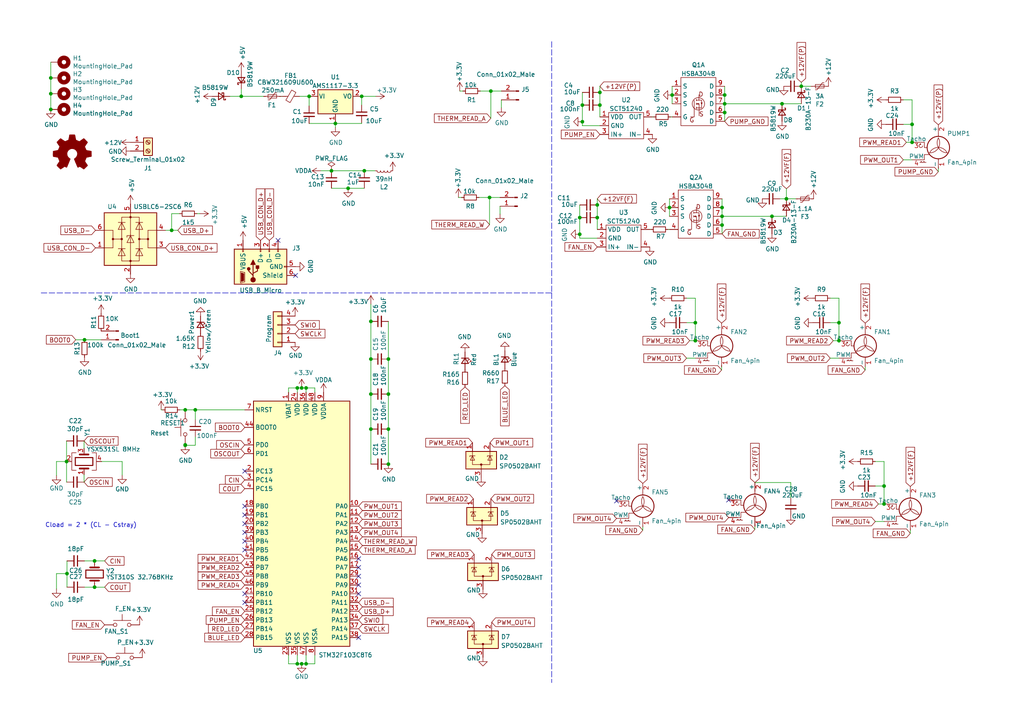
<source format=kicad_sch>
(kicad_sch (version 20211123) (generator eeschema)
  (paper "A4")
  (title_block (title "Opilio 3.2") (date "2022-07-28") (rev "3.2"))
  (junction (at 223.901 62.738))
  (junction (at 210.185 27.559))
  (junction (at 209.423 60.198))
  (junction (at 86.233 112.522))
  (junction (at 69.977 27.94))
  (junction (at 168.148 67.945))
  (junction (at 256.413 146.177))
  (junction (at 88.773 112.522))
  (junction (at 173.228 63.119))
  (junction (at 53.721 118.872))
  (junction (at 173.99 30.48))
  (junction (at 256.413 140.97))
  (junction (at 87.503 192.532))
  (junction (at 19.431 166.37))
  (junction (at 201.676 93.599))
  (junction (at 107.569 114.3))
  (junction (at 105.664 49.53))
  (junction (at 112.649 134.62))
  (junction (at 112.649 124.46))
  (junction (at 264.541 41.275))
  (junction (at 49.784 66.802))
  (junction (at 27.432 170.307))
  (junction (at 88.773 192.532))
  (junction (at 107.569 124.46))
  (junction (at 226.822 30.099))
  (junction (at 86.233 192.532))
  (junction (at 168.148 63.119))
  (junction (at 141.986 57.277))
  (junction (at 168.91 30.48))
  (junction (at 89.662 27.94))
  (junction (at 96.139 49.53))
  (junction (at 97.282 35.814))
  (junction (at 104.902 27.94))
  (junction (at 112.649 114.3))
  (junction (at 173.228 59.436))
  (junction (at 107.569 104.14))
  (junction (at 14.732 27.178))
  (junction (at 209.423 65.278))
  (junction (at 194.183 60.198))
  (junction (at 194.945 27.559))
  (junction (at 56.642 118.872))
  (junction (at 142.367 26.416))
  (junction (at 210.185 30.099))
  (junction (at 228.092 57.658))
  (junction (at 173.99 26.797))
  (junction (at 112.649 104.14))
  (junction (at 210.185 32.639))
  (junction (at 19.304 133.858))
  (junction (at 243.332 93.599))
  (junction (at 264.541 36.068))
  (junction (at 14.732 22.606))
  (junction (at 232.41 25.019))
  (junction (at 87.503 112.522))
  (junction (at 53.721 129.032))
  (junction (at 24.511 98.552))
  (junction (at 100.965 54.61))
  (junction (at 14.732 31.75))
  (junction (at 168.91 35.306))
  (junction (at 107.569 93.218))
  (junction (at 27.432 162.687))
  (junction (at 243.332 98.806))
  (junction (at 201.676 98.806))
  (junction (at 53.721 129.159))
  (junction (at 209.423 62.738))
  (no_connect (at 70.993 136.652))
  (no_connect (at 80.645 69.723))
  (no_connect (at 211.328 145.034))
  (no_connect (at 70.993 156.972))
  (no_connect (at 85.725 79.883))
  (no_connect (at 104.013 162.052))
  (no_connect (at 70.993 149.352))
  (no_connect (at 104.013 167.132))
  (no_connect (at 70.993 159.512))
  (no_connect (at 104.013 172.212))
  (no_connect (at 70.993 172.212))
  (no_connect (at 104.013 169.672))
  (no_connect (at 70.993 151.892))
  (no_connect (at 178.816 145.288))
  (no_connect (at 104.013 184.912))
  (no_connect (at 70.993 146.812))
  (no_connect (at 104.013 164.592))
  (no_connect (at 70.993 174.752))
  (no_connect (at 70.993 154.432))
  (wire (pts (xy 93.091 49.53) (xy 96.139 49.53)))
  (wire (pts (xy 56.642 126.746) (xy 56.642 129.159)))
  (wire (pts (xy 88.773 192.532) (xy 91.313 192.532)))
  (wire (pts (xy 96.139 49.53) (xy 105.664 49.53)))
  (wire (pts (xy 186.436 152.908) (xy 186.436 153.797)))
  (wire (pts (xy 173.99 26.797) (xy 173.99 30.48)))
  (wire (pts (xy 141.986 57.277) (xy 145.034 57.277)))
  (wire (pts (xy 168.91 36.449) (xy 168.91 35.306)))
  (wire (pts (xy 142.367 34.29) (xy 142.367 26.416)))
  (wire (pts (xy 209.423 62.738) (xy 223.901 62.738)))
  (wire (pts (xy 210.185 27.559) (xy 210.185 30.099)))
  (wire (pts (xy 57.15 61.976) (xy 57.912 61.976)))
  (wire (pts (xy 264.541 28.956) (xy 262.001 28.956)))
  (wire (pts (xy 97.282 35.814) (xy 97.282 35.56)))
  (wire (pts (xy 209.296 106.426) (xy 209.296 107.315)))
  (wire (pts (xy 173.228 59.436) (xy 173.228 63.119)))
  (wire (pts (xy 29.464 133.858) (xy 35.433 133.858)))
  (wire (pts (xy 201.676 103.886) (xy 199.136 103.886)))
  (wire (pts (xy 210.185 30.099) (xy 210.185 32.639)))
  (wire (pts (xy 91.313 192.532) (xy 91.313 189.992)))
  (wire (pts (xy 145.034 59.817) (xy 145.034 62.103)))
  (wire (pts (xy 199.136 93.599) (xy 201.676 93.599)))
  (wire (pts (xy 138.938 57.277) (xy 141.986 57.277)))
  (wire (pts (xy 194.945 27.559) (xy 194.945 30.099)))
  (wire (pts (xy 27.432 170.307) (xy 30.353 170.307)))
  (wire (pts (xy 100.965 54.61) (xy 105.664 54.61)))
  (wire (pts (xy 97.282 36.957) (xy 97.282 35.814)))
  (wire (pts (xy 168.148 59.436) (xy 168.148 63.119)))
  (wire (pts (xy 173.228 63.119) (xy 173.228 66.548)))
  (wire (pts (xy 256.413 140.97) (xy 256.413 133.858)))
  (wire (pts (xy 168.148 69.088) (xy 168.148 67.945)))
  (wire (pts (xy 132.969 57.277) (xy 133.858 57.277)))
  (wire (pts (xy 253.873 140.97) (xy 256.413 140.97)))
  (wire (pts (xy 86.233 112.522) (xy 87.503 112.522)))
  (wire (pts (xy 83.693 112.522) (xy 83.693 113.792)))
  (wire (pts (xy 201.676 98.806) (xy 200.025 98.806)))
  (wire (pts (xy 87.503 112.522) (xy 88.773 112.522)))
  (wire (pts (xy 256.413 146.177) (xy 256.413 140.97)))
  (wire (pts (xy 223.901 62.738) (xy 228.092 62.738)))
  (wire (pts (xy 69.977 25.781) (xy 69.977 27.94)))
  (wire (pts (xy 264.541 41.275) (xy 262.89 41.275)))
  (wire (pts (xy 56.642 129.159) (xy 53.721 129.159)))
  (wire (pts (xy 87.503 192.532) (xy 88.773 192.532)))
  (wire (pts (xy 173.99 25.019) (xy 173.99 26.797)))
  (wire (pts (xy 19.304 133.858) (xy 19.304 127.889)))
  (wire (pts (xy 189.484 33.909) (xy 189.23 33.909)))
  (wire (pts (xy 53.721 129.159) (xy 53.721 129.032)))
  (wire (pts (xy 209.423 60.198) (xy 209.423 62.738)))
  (wire (pts (xy 86.233 192.532) (xy 87.503 192.532)))
  (wire (pts (xy 24.384 139.827) (xy 24.384 137.668)))
  (wire (pts (xy 250.952 106.426) (xy 250.952 107.315)))
  (wire (pts (xy 49.784 61.976) (xy 49.784 66.802)))
  (wire (pts (xy 173.99 30.48) (xy 173.99 33.909)))
  (wire (pts (xy 83.693 192.532) (xy 86.233 192.532)))
  (wire (pts (xy 49.784 66.802) (xy 51.562 66.802)))
  (wire (pts (xy 16.383 133.858) (xy 16.383 137.922)))
  (wire (pts (xy 108.966 27.94) (xy 104.902 27.94)))
  (wire (pts (xy 88.773 112.522) (xy 88.773 113.792)))
  (wire (pts (xy 86.233 112.522) (xy 86.233 113.792)))
  (wire (pts (xy 188.722 66.548) (xy 188.468 66.548)))
  (wire (pts (xy 201.676 98.806) (xy 201.676 93.599)))
  (wire (pts (xy 56.642 118.872) (xy 56.642 121.666)))
  (wire (pts (xy 105.664 49.53) (xy 108.839 49.53)))
  (wire (pts (xy 210.185 32.639) (xy 210.185 35.179)))
  (wire (pts (xy 210.185 30.099) (xy 226.822 30.099)))
  (wire (pts (xy 243.332 98.806) (xy 243.332 93.599)))
  (wire (pts (xy 91.313 112.522) (xy 91.313 113.792)))
  (wire (pts (xy 264.541 41.275) (xy 264.541 36.068)))
  (wire (pts (xy 133.35 26.416) (xy 134.239 26.416)))
  (wire (pts (xy 83.693 189.992) (xy 83.693 192.532)))
  (wire (pts (xy 112.649 93.218) (xy 112.649 104.14)))
  (wire (pts (xy 232.41 25.019) (xy 232.41 23.876)))
  (wire (pts (xy 21.971 98.552) (xy 24.511 98.552)))
  (wire (pts (xy 173.228 57.658) (xy 173.228 59.436)))
  (wire (pts (xy 19.304 139.827) (xy 19.304 133.858)))
  (wire (pts (xy 107.569 134.62) (xy 107.569 124.46)))
  (wire (pts (xy 56.642 118.872) (xy 70.993 118.872)))
  (wire (pts (xy 24.384 130.048) (xy 24.384 127.889)))
  (wire (pts (xy 69.977 27.94) (xy 76.454 27.94)))
  (wire (pts (xy 264.541 36.068) (xy 264.541 28.956)))
  (wire (pts (xy 19.431 166.37) (xy 19.431 170.307)))
  (wire (pts (xy 96.139 54.61) (xy 100.965 54.61)))
  (wire (pts (xy 52.07 61.976) (xy 49.784 61.976)))
  (wire (pts (xy 97.282 35.814) (xy 104.902 35.814)))
  (wire (pts (xy 107.569 114.3) (xy 107.569 104.14)))
  (wire (pts (xy 232.41 25.019) (xy 235.204 25.019)))
  (wire (pts (xy 193.802 66.548) (xy 194.183 66.548)))
  (wire (pts (xy 112.649 134.62) (xy 112.649 124.46)))
  (wire (pts (xy 52.197 118.872) (xy 53.721 118.872)))
  (wire (pts (xy 228.092 57.658) (xy 228.092 54.737)))
  (wire (pts (xy 194.945 25.019) (xy 194.945 27.559)))
  (wire (pts (xy 226.822 30.099) (xy 232.41 30.099)))
  (wire (pts (xy 194.564 33.909) (xy 194.945 33.909)))
  (wire (pts (xy 14.732 27.178) (xy 14.732 31.75)))
  (wire (pts (xy 142.367 26.416) (xy 145.415 26.416)))
  (wire (pts (xy 264.033 153.797) (xy 264.033 154.686)))
  (wire (pts (xy 107.569 88.265) (xy 107.569 93.218)))
  (wire (pts (xy 209.423 57.658) (xy 209.423 60.198)))
  (wire (pts (xy 264.541 46.355) (xy 262.001 46.355)))
  (wire (pts (xy 209.423 65.278) (xy 209.423 67.818)))
  (wire (pts (xy 16.383 133.858) (xy 19.304 133.858)))
  (wire (pts (xy 86.868 27.94) (xy 89.662 27.94)))
  (wire (pts (xy 107.569 124.46) (xy 107.569 114.3)))
  (polyline (pts (xy 160.02 84.963) (xy 160.02 197.993)))
  (wire (pts (xy 24.511 170.307) (xy 27.432 170.307)))
  (wire (pts (xy 272.161 48.895) (xy 272.161 49.784)))
  (wire (pts (xy 16.383 166.37) (xy 19.431 166.37)))
  (wire (pts (xy 104.902 30.48) (xy 104.902 27.94)))
  (wire (pts (xy 86.233 189.992) (xy 86.233 192.532)))
  (wire (pts (xy 139.319 26.416) (xy 142.367 26.416)))
  (wire (pts (xy 229.362 144.526) (xy 229.362 139.954)))
  (wire (pts (xy 46.736 118.872) (xy 47.117 118.872)))
  (wire (pts (xy 243.332 86.487) (xy 240.792 86.487)))
  (wire (pts (xy 24.511 98.552) (xy 29.337 98.552)))
  (wire (pts (xy 88.773 112.522) (xy 91.313 112.522)))
  (polyline (pts (xy 160.02 12.065) (xy 160.02 84.963)))
  (wire (pts (xy 107.569 93.218) (xy 107.569 104.14)))
  (wire (pts (xy 201.676 93.599) (xy 201.676 86.487)))
  (wire (pts (xy 262.001 36.068) (xy 264.541 36.068)))
  (wire (pts (xy 14.732 18.034) (xy 14.732 22.606)))
  (wire (pts (xy 48.006 66.802) (xy 49.784 66.802)))
  (wire (pts (xy 218.948 152.654) (xy 218.948 153.543)))
  (wire (pts (xy 228.092 57.658) (xy 230.886 57.658)))
  (wire (pts (xy 209.423 62.738) (xy 209.423 65.278)))
  (wire (pts (xy 210.185 25.019) (xy 210.185 27.559)))
  (wire (pts (xy 19.431 162.687) (xy 19.431 166.37)))
  (wire (pts (xy 83.693 112.522) (xy 86.233 112.522)))
  (wire (pts (xy 16.383 170.815) (xy 16.383 166.37)))
  (wire (pts (xy 24.511 162.687) (xy 27.432 162.687)))
  (wire (pts (xy 53.721 118.872) (xy 56.642 118.872)))
  (wire (pts (xy 173.228 69.088) (xy 168.148 69.088)))
  (wire (pts (xy 243.332 93.599) (xy 243.332 86.487)))
  (wire (pts (xy 228.092 57.658) (xy 226.187 57.658)))
  (wire (pts (xy 194.183 57.658) (xy 194.183 60.198)))
  (wire (pts (xy 66.675 27.94) (xy 69.977 27.94)))
  (wire (pts (xy 173.99 36.449) (xy 168.91 36.449)))
  (wire (pts (xy 243.332 98.806) (xy 241.681 98.806)))
  (wire (pts (xy 168.91 35.306) (xy 168.91 30.48)))
  (wire (pts (xy 201.676 86.487) (xy 199.136 86.487)))
  (wire (pts (xy 14.732 22.606) (xy 14.732 27.178)))
  (wire (pts (xy 243.332 103.886) (xy 240.792 103.886)))
  (wire (pts (xy 27.432 162.687) (xy 30.353 162.687)))
  (wire (pts (xy 104.902 35.56) (xy 104.902 35.814)))
  (wire (pts (xy 89.662 35.814) (xy 97.282 35.814)))
  (wire (pts (xy 240.792 93.599) (xy 243.332 93.599)))
  (wire (pts (xy 168.148 67.945) (xy 168.148 63.119)))
  (wire (pts (xy 194.183 60.198) (xy 194.183 62.738)))
  (wire (pts (xy 89.662 27.94) (xy 89.662 30.734)))
  (wire (pts (xy 145.415 28.956) (xy 145.415 31.242)))
  (wire (pts (xy 168.91 26.797) (xy 168.91 30.48)))
  (wire (pts (xy 112.649 124.46) (xy 112.649 114.3)))
  (wire (pts (xy 256.413 133.858) (xy 253.873 133.858)))
  (wire (pts (xy 35.433 137.795) (xy 35.433 133.858)))
  (polyline (pts (xy 11.938 84.963) (xy 160.02 84.963)))
  (wire (pts (xy 81.534 27.94) (xy 81.788 27.94)))
  (wire (pts (xy 88.773 189.992) (xy 88.773 192.532)))
  (wire (pts (xy 229.362 139.954) (xy 218.948 139.954)))
  (wire (pts (xy 256.413 146.177) (xy 254.762 146.177)))
  (wire (pts (xy 256.413 151.257) (xy 253.873 151.257)))
  (wire (pts (xy 141.986 65.151) (xy 141.986 57.277)))
  (wire (pts (xy 112.649 114.3) (xy 112.649 104.14)))
  (text "Cload = 2 * (CL - Cstray)" (at 13.081 153.162 0) (effects (font (size 1.27 1.27)) (justify left bottom)))
  (global_label "PWM_OUT3" (shape input) (at 199.136 103.886 180) (property "Intersheet References" "${INTERSHEET_REFS}" (effects hide)))
  (global_label "PWM_OUT1" (shape input) (at 142.113 128.397 0) (property "Intersheet References" "${INTERSHEET_REFS}" (effects hide)))
  (global_label "+12VF(F)" (shape input) (at 228.092 54.737 90) (property "Intersheet References" "${INTERSHEET_REFS}" (effects hide)))
  (global_label "PWM_READ2" (shape input) (at 137.287 144.653 180) (property "Intersheet References" "${INTERSHEET_REFS}" (effects hide)))
  (global_label "OSCOUT" (shape input) (at 24.384 127.889 0) (property "Intersheet References" "${INTERSHEET_REFS}" (effects hide)))
  (global_label "OSCOUT" (shape input) (at 70.993 131.572 180) (property "Intersheet References" "${INTERSHEET_REFS}" (effects hide)))
  (global_label "USB_CON_D-" (shape input) (at 27.686 71.882 180) (property "Intersheet References" "${INTERSHEET_REFS}" (effects hide)))
  (global_label "RED_LED" (shape input) (at 70.993 182.372 180) (property "Intersheet References" "${INTERSHEET_REFS}" (effects hide)))
  (global_label "PWM_OUT4" (shape input) (at 253.873 151.257 180) (property "Intersheet References" "${INTERSHEET_REFS}" (effects hide)))
  (global_label "PWM_READ3" (shape input) (at 137.541 160.782 180) (property "Intersheet References" "${INTERSHEET_REFS}" (effects hide)))
  (global_label "PWM_OUT3" (shape input) (at 142.621 160.782 0) (property "Intersheet References" "${INTERSHEET_REFS}" (effects hide)))
  (global_label "COUT" (shape input) (at 70.993 141.732 180) (property "Intersheet References" "${INTERSHEET_REFS}" (effects hide)))
  (global_label "USB_CON_D+" (shape input) (at 48.006 71.882 0) (property "Intersheet References" "${INTERSHEET_REFS}" (effects hide)))
  (global_label "SWIO" (shape input) (at 85.598 94.234 0) (property "Intersheet References" "${INTERSHEET_REFS}" (effects hide)))
  (global_label "FAN_GND" (shape input) (at 186.436 153.797 180) (property "Intersheet References" "${INTERSHEET_REFS}" (effects hide)))
  (global_label "PUMP_EN" (shape input) (at 31.115 190.754 180) (property "Intersheet References" "${INTERSHEET_REFS}" (effects hide)))
  (global_label "PWM_READ2" (shape input) (at 70.993 164.592 180) (property "Intersheet References" "${INTERSHEET_REFS}" (effects hide)))
  (global_label "+12VF(P)" (shape input) (at 272.161 36.195 90) (property "Intersheet References" "${INTERSHEET_REFS}" (effects hide)))
  (global_label "PWM_OUT4" (shape input) (at 211.328 150.114 180) (property "Intersheet References" "${INTERSHEET_REFS}" (effects hide)))
  (global_label "THERM_READ_W" (shape input) (at 141.986 65.151 180) (property "Intersheet References" "${INTERSHEET_REFS}" (effects hide)))
  (global_label "+12VF(F)" (shape input) (at 209.296 93.726 90) (property "Intersheet References" "${INTERSHEET_REFS}" (effects hide)))
  (global_label "FAN_GND" (shape input) (at 264.033 154.686 180) (property "Intersheet References" "${INTERSHEET_REFS}" (effects hide)))
  (global_label "PWM_READ1" (shape input) (at 137.033 128.397 180) (property "Intersheet References" "${INTERSHEET_REFS}" (effects hide)))
  (global_label "PWM_READ3" (shape input) (at 200.025 98.806 180) (property "Intersheet References" "${INTERSHEET_REFS}" (effects hide)))
  (global_label "PWM_OUT1" (shape input) (at 104.013 146.812 0) (property "Intersheet References" "${INTERSHEET_REFS}" (effects hide)))
  (global_label "USB_D+" (shape input) (at 104.013 177.292 0) (property "Intersheet References" "${INTERSHEET_REFS}" (effects hide)))
  (global_label "PUMP_GND" (shape input) (at 210.185 35.179 0) (property "Intersheet References" "${INTERSHEET_REFS}" (effects hide)))
  (global_label "BLUE_LED" (shape input) (at 70.993 184.912 180) (property "Intersheet References" "${INTERSHEET_REFS}" (effects hide)))
  (global_label "+12VF(F)" (shape input) (at 218.948 139.954 90) (property "Intersheet References" "${INTERSHEET_REFS}" (effects hide)))
  (global_label "PWM_OUT4" (shape input) (at 178.816 150.368 180) (property "Intersheet References" "${INTERSHEET_REFS}" (effects hide)))
  (global_label "+12VF(F)" (shape input) (at 264.033 141.097 90) (property "Intersheet References" "${INTERSHEET_REFS}" (effects hide)))
  (global_label "RED_LED" (shape input) (at 134.874 112.268 270) (property "Intersheet References" "${INTERSHEET_REFS}" (effects hide)))
  (global_label "THERM_READ_A" (shape input) (at 104.013 159.512 0) (property "Intersheet References" "${INTERSHEET_REFS}" (effects hide)))
  (global_label "SWIO" (shape input) (at 104.013 179.832 0) (property "Intersheet References" "${INTERSHEET_REFS}" (effects hide)))
  (global_label "BOOT0" (shape input) (at 70.993 123.952 180) (property "Intersheet References" "${INTERSHEET_REFS}" (effects hide)))
  (global_label "SWCLK" (shape input) (at 85.598 96.774 0) (property "Intersheet References" "${INTERSHEET_REFS}" (effects hide)))
  (global_label "PWM_READ1" (shape input) (at 262.89 41.275 180) (property "Intersheet References" "${INTERSHEET_REFS}" (effects hide)))
  (global_label "PWM_READ4" (shape input) (at 137.541 180.467 180) (property "Intersheet References" "${INTERSHEET_REFS}" (effects hide)))
  (global_label "PWM_OUT4" (shape input) (at 142.621 180.467 0) (property "Intersheet References" "${INTERSHEET_REFS}" (effects hide)))
  (global_label "+12VF(P)" (shape input) (at 173.99 25.019 0) (property "Intersheet References" "${INTERSHEET_REFS}" (effects hide)))
  (global_label "FAN_GND" (shape input) (at 209.296 107.315 180) (property "Intersheet References" "${INTERSHEET_REFS}" (effects hide)))
  (global_label "BOOT0" (shape input) (at 21.971 98.552 180) (property "Intersheet References" "${INTERSHEET_REFS}" (effects hide)))
  (global_label "OSCIN" (shape input) (at 70.993 129.032 180) (property "Intersheet References" "${INTERSHEET_REFS}" (effects hide)))
  (global_label "OSCIN" (shape input) (at 24.384 139.827 0) (property "Intersheet References" "${INTERSHEET_REFS}" (effects hide)))
  (global_label "FAN_GND" (shape input) (at 218.948 153.543 180) (property "Intersheet References" "${INTERSHEET_REFS}" (effects hide)))
  (global_label "FAN_EN" (shape input) (at 30.353 181.229 180) (property "Intersheet References" "${INTERSHEET_REFS}" (effects hide)))
  (global_label "PWM_OUT1" (shape input) (at 262.001 46.355 180) (property "Intersheet References" "${INTERSHEET_REFS}" (effects hide)))
  (global_label "USB_D-" (shape input) (at 104.013 174.752 0) (property "Intersheet References" "${INTERSHEET_REFS}" (effects hide)))
  (global_label "CIN" (shape input) (at 30.353 162.687 0) (property "Intersheet References" "${INTERSHEET_REFS}" (effects hide)))
  (global_label "USB_CON_D+" (shape input) (at 75.565 69.723 90) (property "Intersheet References" "${INTERSHEET_REFS}" (effects hide)))
  (global_label "PWM_READ2" (shape input) (at 241.681 98.806 180) (property "Intersheet References" "${INTERSHEET_REFS}" (effects hide)))
  (global_label "USB_D-" (shape input) (at 27.686 66.802 180) (property "Intersheet References" "${INTERSHEET_REFS}" (effects hide)))
  (global_label "PWM_READ4" (shape input) (at 254.762 146.177 180) (property "Intersheet References" "${INTERSHEET_REFS}" (effects hide)))
  (global_label "BLUE_LED" (shape input) (at 146.431 111.887 270) (property "Intersheet References" "${INTERSHEET_REFS}" (effects hide)))
  (global_label "FAN_EN" (shape input) (at 70.993 177.292 180) (property "Intersheet References" "${INTERSHEET_REFS}" (effects hide)))
  (global_label "PWM_OUT2" (shape input) (at 240.792 103.886 180) (property "Intersheet References" "${INTERSHEET_REFS}" (effects hide)))
  (global_label "USB_CON_D-" (shape input) (at 78.105 69.723 90) (property "Intersheet References" "${INTERSHEET_REFS}" (effects hide)))
  (global_label "PWM_READ4" (shape input) (at 70.993 169.672 180) (property "Intersheet References" "${INTERSHEET_REFS}" (effects hide)))
  (global_label "PWM_OUT3" (shape input) (at 104.013 151.892 0) (property "Intersheet References" "${INTERSHEET_REFS}" (effects hide)))
  (global_label "PWM_READ1" (shape input) (at 70.993 162.052 180) (property "Intersheet References" "${INTERSHEET_REFS}" (effects hide)))
  (global_label "PWM_OUT2" (shape input) (at 104.013 149.352 0) (property "Intersheet References" "${INTERSHEET_REFS}" (effects hide)))
  (global_label "PUMP_EN" (shape input) (at 173.99 38.989 180) (property "Intersheet References" "${INTERSHEET_REFS}" (effects hide)))
  (global_label "CIN" (shape input) (at 70.993 139.192 180) (property "Intersheet References" "${INTERSHEET_REFS}" (effects hide)))
  (global_label "PWM_READ3" (shape input) (at 70.993 167.132 180) (property "Intersheet References" "${INTERSHEET_REFS}" (effects hide)))
  (global_label "+12VF(P)" (shape input) (at 232.41 23.876 90) (property "Intersheet References" "${INTERSHEET_REFS}" (effects hide)))
  (global_label "PUMP_GND" (shape input) (at 272.161 49.784 180) (property "Intersheet References" "${INTERSHEET_REFS}" (effects hide)))
  (global_label "FAN_EN" (shape input) (at 173.228 71.628 180) (property "Intersheet References" "${INTERSHEET_REFS}" (effects hide)))
  (global_label "PWM_OUT2" (shape input) (at 142.367 144.653 0) (property "Intersheet References" "${INTERSHEET_REFS}" (effects hide)))
  (global_label "THERM_READ_W" (shape input) (at 104.013 156.972 0) (property "Intersheet References" "${INTERSHEET_REFS}" (effects hide)))
  (global_label "+12VF(F)" (shape input) (at 173.228 57.658 0) (property "Intersheet References" "${INTERSHEET_REFS}" (effects hide)))
  (global_label "COUT" (shape input) (at 30.353 170.307 0) (property "Intersheet References" "${INTERSHEET_REFS}" (effects hide)))
  (global_label "PUMP_EN" (shape input) (at 70.993 179.832 180) (property "Intersheet References" "${INTERSHEET_REFS}" (effects hide)))
  (global_label "FAN_GND" (shape input) (at 209.423 67.818 0) (property "Intersheet References" "${INTERSHEET_REFS}" (effects hide)))
  (global_label "USB_D+" (shape input) (at 51.562 66.802 0) (property "Intersheet References" "${INTERSHEET_REFS}" (effects hide)))
  (global_label "PWM_OUT4" (shape input) (at 104.013 154.432 0) (property "Intersheet References" "${INTERSHEET_REFS}" (effects hide)))
  (global_label "+12VF(F)" (shape input) (at 250.952 93.726 90) (property "Intersheet References" "${INTERSHEET_REFS}" (effects hide)))
  (global_label "SWCLK" (shape input) (at 104.013 182.372 0) (property "Intersheet References" "${INTERSHEET_REFS}" (effects hide)))
  (global_label "+12VF(F)" (shape input) (at 186.436 140.208 90) (property "Intersheet References" "${INTERSHEET_REFS}" (effects hide)))
  (global_label "FAN_GND" (shape input) (at 250.952 107.315 180) (property "Intersheet References" "${INTERSHEET_REFS}" (effects hide)))
  (global_label "THERM_READ_A" (shape input) (at 142.367 34.29 180) (property "Intersheet References" "${INTERSHEET_REFS}" (effects hide)))
  (symbol (lib_id "Device:R_Small") (at 49.657 118.872 90) (unit 1)
    (property "Reference" "R14" (at 49.784 120.65 90))
    (property "Value" "10k" (at 49.657 116.332 90))
    (property "Footprint" "Resistor_SMD:R_0603_1608Metric_Pad0.98x0.95mm_HandSolder" (effects hide))
  )
  (symbol (lib_id "Device:R_Small") (at 191.262 66.548 270) (unit 1)
    (property "Reference" "R7" (at 190.246 68.58 90) (effects (justify left)))
    (property "Value" "220" (at 189.484 64.389 90) (effects (justify left)))
    (property "Footprint" "Resistor_SMD:R_0603_1608Metric_Pad0.98x0.95mm_HandSolder" (effects hide))
  )
  (symbol (lib_id "Mechanical:MountingHole_Pad") (at 17.272 27.178 270) (unit 1)
    (property "Reference" "H3" (at 21.082 26.0096 90) (effects (justify left)))
    (property "Value" "MountingHole_Pad" (at 21.082 28.321 90) (effects (justify left)))
    (property "Footprint" "MountingHole:MountingHole_3mm_Pad_Via" (effects hide))
  )
  (symbol (lib_id "power:VDDA") (at 93.091 49.53 90) (unit 1)
    (property "Reference" "#PWR027" (effects hide))
    (property "Value" "VDDA" (at 88.011 49.53 90))
  )
  (symbol (lib_id "power:+3.3V") (at 133.35 26.416 0) (unit 1)
    (property "Reference" "#PWR01" (effects hide))
    (property "Value" "+3.3V" (at 133.223 20.828 90))
  )
  (symbol (lib_id "Connector:Conn_01x02_Male") (at 150.495 28.956 180) (unit 1)
    (property "Reference" "J5" (at 151.2062 25.9588 0) (effects (justify right)))
    (property "Value" "Conn_01x02_Male" (at 138.176 21.59 0) (effects (justify right)))
    (property "Footprint" "Connector_PinHeader_2.54mm:PinHeader_1x02_P2.54mm_Vertical" (effects hide))
  )
  (symbol (lib_id "Power_Protection:SP0502BAHT") (at 139.827 149.733 0) (unit 1)
    (property "Reference" "D5" (at 145.034 148.8983 0) (effects (justify left)))
    (property "Value" "SP0502BAHT" (at 145.034 151.4352 0) (effects (justify left)))
    (property "Footprint" "Package_TO_SOT_SMD:SOT-23" (effects hide))
    (property "Datasheet" "http://www.littelfuse.com/~/media/files/littelfuse/technical%20resources/documents/data%20sheets/sp05xxba.pdf" (effects hide))
  )
  (symbol (lib_id "Device:R_Small") (at 134.874 109.728 180) (unit 1)
    (property "Reference" "R16" (at 133.3754 110.8964 0) (effects (justify left)))
    (property "Value" "R165" (at 133.3754 108.585 0) (effects (justify left)))
    (property "Footprint" "Resistor_SMD:R_0603_1608Metric_Pad0.98x0.95mm_HandSolder" (effects hide))
  )
  (symbol (lib_id "power:GND") (at 24.511 103.632 0) (unit 1)
    (property "Reference" "#PWR046" (effects hide))
    (property "Value" "GND" (at 24.638 108.0262 0))
  )
  (symbol (lib_id "Motor:Fan_4pin") (at 218.948 147.574 0) (unit 1)
    (property "Reference" "FAN4" (at 221.488 142.494 0) (effects (justify left)))
    (property "Value" "Fan_4pin" (at 219.329 151.765 0) (effects (justify left top)))
    (property "Footprint" "Custom:FanPinHeader_1x04_P2.54mm_Vertical_no_hole" (effects hide))
    (property "Datasheet" "http://www.formfactors.org/developer%5Cspecs%5Crev1_2_public.pdf" (effects hide))
  )
  (symbol (lib_id "Device:C_Small") (at 170.688 59.436 90) (unit 1)
    (property "Reference" "C11" (at 165.481 57.404 90) (effects (justify left)))
    (property "Value" "10uF" (at 167.64 59.309 90) (effects (justify left)))
    (property "Footprint" "Capacitor_SMD:C_0603_1608Metric_Pad1.08x0.95mm_HandSolder" (effects hide))
  )
  (symbol (lib_id "power:GND") (at 145.034 62.103 0) (unit 1)
    (property "Reference" "#PWR033" (effects hide))
    (property "Value" "GND" (at 145.161 66.4972 0))
  )
  (symbol (lib_id "Device:C_Small") (at 89.662 33.274 0) (unit 1)
    (property "Reference" "C1" (at 84.836 32.385 0) (effects (justify left)))
    (property "Value" "10uF" (at 84.455 35.052 0) (effects (justify left)))
    (property "Footprint" "Capacitor_SMD:C_0603_1608Metric_Pad1.08x0.95mm_HandSolder" (effects hide))
  )
  (symbol (lib_id "Power_Protection:SP0502BAHT") (at 140.081 185.547 0) (unit 1)
    (property "Reference" "D7" (at 145.288 184.7123 0) (effects (justify left)))
    (property "Value" "SP0502BAHT" (at 145.288 187.2492 0) (effects (justify left)))
    (property "Footprint" "Package_TO_SOT_SMD:SOT-23" (effects hide))
    (property "Datasheet" "http://www.littelfuse.com/~/media/files/littelfuse/technical%20resources/documents/data%20sheets/sp05xxba.pdf" (effects hide))
  )
  (symbol (lib_id "power:GND") (at 58.166 91.694 180) (unit 1)
    (property "Reference" "#PWR039" (effects hide))
    (property "Value" "GND" (at 58.039 87.2998 0))
  )
  (symbol (lib_id "power:GND") (at 146.431 101.727 180) (unit 1)
    (property "Reference" "#PWR0102" (effects hide))
    (property "Value" "GND" (at 146.304 97.3328 0))
  )
  (symbol (lib_id "Device:C_Small") (at 238.252 93.599 90) (unit 1)
    (property "Reference" "C16" (at 239.522 91.059 90) (effects (justify left)))
    (property "Value" "10nF" (at 241.3 96.266 90) (effects (justify left)))
    (property "Footprint" "Capacitor_SMD:C_0603_1608Metric_Pad1.08x0.95mm_HandSolder" (effects hide))
  )
  (symbol (lib_id "MCU_ST_STM32F1:STM32F103C8Tx") (at 88.773 151.892 0) (unit 1)
    (property "Reference" "U5" (at 74.803 188.722 0))
    (property "Value" "STM32F103C8T6" (at 100.203 189.992 0))
    (property "Footprint" "Package_QFP:LQFP-48_7x7mm_P0.5mm" (effects hide))
    (property "Datasheet" "http://www.st.com/st-web-ui/static/active/en/resource/technical/document/datasheet/CD00161566.pdf" (effects hide))
  )
  (symbol (lib_id "power:+12V") (at 240.284 25.019 0) (unit 1)
    (property "Reference" "#PWR07" (effects hide))
    (property "Value" "+12V" (at 240.284 19.431 90))
  )
  (symbol (lib_id "Switch:SW_Push") (at 35.433 181.229 0) (unit 1)
    (property "Reference" "FAN_S1" (at 37.338 183.134 0) (effects (justify right)))
    (property "Value" "F_EN" (at 38.1 176.53 0) (effects (justify right)))
    (property "Footprint" "easyedakicad:SW-SMD_L6.0-W3.3-LS8.0" (effects hide))
  )
  (symbol (lib_id "Power_Protection:USBLC6-2SC6") (at 37.846 69.342 0) (unit 1)
    (property "Reference" "U4" (at 32.512 59.944 0))
    (property "Value" "USBLC6-2SC6" (at 45.72 59.944 0))
    (property "Footprint" "Package_TO_SOT_SMD:SOT-23-6" (effects hide))
    (property "Datasheet" "https://www.st.com/resource/en/datasheet/usblc6-2.pdf" (effects hide))
  )
  (symbol (lib_id "power:+5V") (at 69.977 20.701 0) (unit 1)
    (property "Reference" "#PWR0111" (effects hide))
    (property "Value" "+5V" (at 70.358 17.4498 90) (effects (justify left)))
  )
  (symbol (lib_id "power:+3.3V") (at 113.919 49.53 0) (unit 1)
    (property "Reference" "#PWR028" (effects hide))
    (property "Value" "+3.3V" (at 114.3 45.1358 0))
  )
  (symbol (lib_id "power:GND") (at 189.23 38.989 0) (unit 1)
    (property "Reference" "#PWR017" (effects hide))
    (property "Value" "GND" (at 189.357 43.3832 0))
  )
  (symbol (lib_id "power:GND") (at 85.598 99.314 0) (unit 1)
    (property "Reference" "#PWR044" (effects hide))
    (property "Value" "GND" (at 85.725 103.124 0))
  )
  (symbol (lib_id "Device:C_Small") (at 110.109 134.62 90) (unit 1)
    (property "Reference" "C21" (at 108.9406 132.2832 0) (effects (justify left)))
    (property "Value" "100nF" (at 111.252 132.2832 0) (effects (justify left)))
    (property "Footprint" "Capacitor_SMD:C_0603_1608Metric_Pad1.08x0.95mm_HandSolder" (effects hide))
  )
  (symbol (lib_id "Device:FerriteBead_Small") (at 84.328 27.94 270) (unit 1)
    (property "Reference" "FB1" (at 84.328 21.9202 90))
    (property "Value" "CBW321609U600" (at 82.804 23.876 90))
    (property "Footprint" "Capacitor_SMD:C_1206_3216Metric_Pad1.33x1.80mm_HandSolder" (effects hide))
  )
  (symbol (lib_id "Device:D_Schottky_Small") (at 232.41 27.559 270) (unit 1)
    (property "Reference" "D1" (at 231.14 31.369 90) (effects (justify left)))
    (property "Value" "B230A-13-F" (at 234.442 25.146 0) (effects (justify left)))
    (property "Footprint" "Diode_SMD:D_SMA" (effects hide))
  )
  (symbol (lib_id "power:+3.3V") (at 248.793 133.858 90) (unit 1)
    (property "Reference" "#PWR052" (effects hide))
    (property "Value" "+3.3V" (at 244.3988 133.477 0))
  )
  (symbol (lib_id "power:+3.3V") (at 29.337 90.932 0) (unit 1)
    (property "Reference" "#PWR038" (effects hide))
    (property "Value" "+3.3V" (at 29.718 86.5378 0))
  )
  (symbol (lib_id "power:+3.3V") (at 194.056 86.487 90) (unit 1)
    (property "Reference" "#PWR037" (effects hide))
    (property "Value" "+3.3V" (at 189.6618 86.106 0))
  )
  (symbol (lib_id "power:+5V") (at 37.846 59.182 0) (unit 1)
    (property "Reference" "#PWR023" (effects hide))
    (property "Value" "+5V" (at 38.227 55.9308 90) (effects (justify left)))
  )
  (symbol (lib_id "Custom:HSBA3048") (at 202.565 30.099 0) (unit 1)
    (property "Reference" "Q1" (at 202.565 18.83 0))
    (property "Value" "HSBA3048" (at 202.565 21.3669 0))
    (property "Footprint" "Custom:PDFN-8_L5.6-W5.2-P1.27-LS6.1-BL" (effects hide))
  )
  (symbol (lib_id "power:GND") (at 248.793 140.97 270) (unit 1)
    (property "Reference" "#PWR054" (effects hide))
    (property "Value" "GND" (at 244.3988 141.097 0))
  )
  (symbol (lib_id "Device:C_Small") (at 110.109 114.3 90) (unit 1)
    (property "Reference" "C18" (at 108.9406 111.9632 0) (effects (justify left)))
    (property "Value" "100nF" (at 111.252 111.9632 0) (effects (justify left)))
    (property "Footprint" "Capacitor_SMD:C_0603_1608Metric_Pad1.08x0.95mm_HandSolder" (effects hide))
  )
  (symbol (lib_id "Device:R_Small") (at 238.252 86.487 90) (unit 1)
    (property "Reference" "R9" (at 238.252 83.947 90))
    (property "Value" "1k" (at 238.252 89.027 90))
    (property "Footprint" "Resistor_SMD:R_0603_1608Metric_Pad0.98x0.95mm_HandSolder" (effects hide))
  )
  (symbol (lib_id "Device:Polyfuse_Small") (at 233.426 57.658 90) (unit 1)
    (property "Reference" "F3" (at 233.426 62.865 90))
    (property "Value" "1.1A" (at 233.426 60.5536 90))
    (property "Footprint" "Fuse:Fuse_1206_3216Metric_Pad1.42x1.75mm_HandSolder" (effects hide))
  )
  (symbol (lib_id "Device:C_Small") (at 21.971 162.687 270) (unit 1)
    (property "Reference" "C26" (at 21.971 165.481 90))
    (property "Value" "18pF" (at 21.971 159.1818 90))
    (property "Footprint" "Capacitor_SMD:C_0603_1608Metric_Pad1.08x0.95mm_HandSolder" (effects hide))
  )
  (symbol (lib_id "power:+3.3V") (at 235.712 86.487 90) (unit 1)
    (property "Reference" "#PWR036" (effects hide))
    (property "Value" "+3.3V" (at 231.3178 86.106 0))
  )
  (symbol (lib_id "power:GND") (at 134.874 102.108 180) (unit 1)
    (property "Reference" "#PWR0101" (effects hide))
    (property "Value" "GND" (at 134.747 97.7138 0))
  )
  (symbol (lib_id "Motor:Fan_4pin") (at 272.161 43.815 0) (unit 1)
    (property "Reference" "PUMP1" (at 274.701 38.735 0) (effects (justify left)))
    (property "Value" "Fan_4pin" (at 274.701 46.355 0) (effects (justify left top)))
    (property "Footprint" "Custom:FanPinHeader_1x04_P2.54mm_Vertical_no_hole" (effects hide))
    (property "Datasheet" "http://www.formfactors.org/developer%5Cspecs%5Crev1_2_public.pdf" (effects hide))
  )
  (symbol (lib_id "Device:R_Small") (at 196.596 86.487 90) (unit 1)
    (property "Reference" "R10" (at 196.596 83.947 90))
    (property "Value" "1k" (at 196.596 89.027 90))
    (property "Footprint" "Resistor_SMD:R_0603_1608Metric_Pad0.98x0.95mm_HandSolder" (effects hide))
  )
  (symbol (lib_id "Device:R_Small") (at 259.461 28.956 90) (unit 1)
    (property "Reference" "R3" (at 259.461 26.416 90))
    (property "Value" "1k" (at 259.461 31.496 90))
    (property "Footprint" "Resistor_SMD:R_0603_1608Metric_Pad0.98x0.95mm_HandSolder" (effects hide))
  )
  (symbol (lib_id "Device:Polyfuse_Small") (at 78.994 27.94 90) (unit 1)
    (property "Reference" "F1" (at 78.867 30.48 90))
    (property "Value" "250mA" (at 79.121 26.162 90))
    (property "Footprint" "Fuse:Fuse_1206_3216Metric_Pad1.42x1.75mm_HandSolder" (effects hide))
  )
  (symbol (lib_id "Device:C_Small") (at 21.971 170.307 270) (unit 1)
    (property "Reference" "C27" (at 21.971 167.259 90))
    (property "Value" "18pF" (at 21.971 173.863 90))
    (property "Footprint" "Capacitor_SMD:C_0603_1608Metric_Pad1.08x0.95mm_HandSolder" (effects hide))
  )
  (symbol (lib_id "power:GND") (at 188.468 71.628 0) (unit 1)
    (property "Reference" "#PWR030" (effects hide))
    (property "Value" "GND" (at 188.595 76.0222 0))
  )
  (symbol (lib_id "Device:R_Small") (at 251.333 133.858 90) (unit 1)
    (property "Reference" "R15" (at 251.333 131.318 90))
    (property "Value" "1k" (at 251.333 136.398 90))
    (property "Footprint" "Resistor_SMD:R_0603_1608Metric_Pad0.98x0.95mm_HandSolder" (effects hide))
  )
  (symbol (lib_id "Device:R_Small") (at 192.024 33.909 270) (unit 1)
    (property "Reference" "R5" (at 191.008 35.941 90) (effects (justify left)))
    (property "Value" "220" (at 190.246 31.75 90) (effects (justify left)))
    (property "Footprint" "Resistor_SMD:R_0603_1608Metric_Pad0.98x0.95mm_HandSolder" (effects hide))
  )
  (symbol (lib_id "Graphic:Logo_Open_Hardware_Small") (at 20.955 44.704 0) (unit 1)
    (property "Reference" "LOGO1" (effects hide))
    (property "Value" "Logo_Open_Hardware_Small" (effects hide))
    (property "Footprint" "Symbol:OSHW-Logo2_9.8x8mm_SilkScreen" (effects hide))
  )
  (symbol (lib_id "Power_Protection:SP0502BAHT") (at 140.081 165.862 0) (unit 1)
    (property "Reference" "D6" (at 145.288 165.0273 0) (effects (justify left)))
    (property "Value" "SP0502BAHT" (at 145.288 167.5642 0) (effects (justify left)))
    (property "Footprint" "Package_TO_SOT_SMD:SOT-23" (effects hide))
    (property "Datasheet" "http://www.littelfuse.com/~/media/files/littelfuse/technical%20resources/documents/data%20sheets/sp05xxba.pdf" (effects hide))
  )
  (symbol (lib_id "power:GND") (at 16.383 170.815 0) (unit 1)
    (property "Reference" "#PWR059" (effects hide))
    (property "Value" "GND" (at 16.51 175.2092 0))
  )
  (symbol (lib_id "Switch:SW_Push") (at 53.721 123.952 90) (unit 1)
    (property "Reference" "RESET1" (at 46.482 122.682 90) (effects (justify right)))
    (property "Value" "Reset" (at 43.561 125.603 90) (effects (justify right)))
    (property "Footprint" "easyedakicad:SW-SMD_L6.0-W3.3-LS8.0" (effects hide))
  )
  (symbol (lib_id "power:GND") (at 194.183 60.198 270) (unit 1)
    (property "Reference" "#PWR022" (effects hide))
    (property "Value" "GND" (at 189.7888 60.325 0))
  )
  (symbol (lib_id "Connector:Screw_Terminal_01x02") (at 42.926 41.275 0) (unit 1)
    (property "Reference" "J1" (at 42.926 48.7848 0))
    (property "Value" "Screw_Terminal_01x02" (at 42.926 46.2479 0))
    (property "Footprint" "Custom:TerminalBlock_bornier-2_P5.08mm" (effects hide))
  )
  (symbol (lib_id "power:+3.3V") (at 85.598 91.694 0) (unit 1)
    (property "Reference" "#PWR040" (effects hide))
    (property "Value" "+3.3V" (at 85.598 87.63 0))
  )
  (symbol (lib_id "Device:C_Small") (at 110.109 104.14 90) (unit 1)
    (property "Reference" "C15" (at 108.9406 101.8032 0) (effects (justify left)))
    (property "Value" "100nF" (at 111.252 101.8032 0) (effects (justify left)))
    (property "Footprint" "Capacitor_SMD:C_0603_1608Metric_Pad1.08x0.95mm_HandSolder" (effects hide))
  )
  (symbol (lib_id "Device:R_Small") (at 136.398 57.277 270) (unit 1)
    (property "Reference" "R8" (at 136.398 59.817 90))
    (property "Value" "10k" (at 136.144 55.499 90))
    (property "Footprint" "Resistor_SMD:R_0603_1608Metric_Pad0.98x0.95mm_HandSolder" (effects hide))
  )
  (symbol (lib_id "Device:C_Small") (at 229.87 25.019 270) (unit 1)
    (property "Reference" "C2" (at 226.314 20.447 90) (effects (justify left)))
    (property "Value" "220uF" (at 224.79 22.098 90) (effects (justify left)))
    (property "Footprint" "Capacitor_SMD:CP_Elec_6.3x7.7" (effects hide))
  )
  (symbol (lib_id "Connector:Conn_01x02_Male") (at 150.114 59.817 180) (unit 1)
    (property "Reference" "J2" (at 150.8252 56.8198 0) (effects (justify right)))
    (property "Value" "Conn_01x02_Male" (at 137.795 52.451 0) (effects (justify right)))
    (property "Footprint" "Connector_PinHeader_2.54mm:PinHeader_1x02_P2.54mm_Vertical" (effects hide))
  )
  (symbol (lib_id "power:GND") (at 139.827 154.813 0) (unit 1)
    (property "Reference" "#PWR0103" (effects hide))
    (property "Value" "GND" (at 137.16 155.067 0))
  )
  (symbol (lib_id "Custom:SCT51240") (at 181.61 35.179 0) (unit 1)
    (property "Reference" "U2" (at 181.61 28.99 0))
    (property "Value" "SCT51240" (at 181.61 31.5269 0))
    (property "Footprint" "Package_TO_SOT_SMD:SOT-23-5_HandSoldering" (effects hide))
  )
  (symbol (lib_id "Mechanical:MountingHole_Pad") (at 17.272 31.75 270) (unit 1)
    (property "Reference" "H4" (at 21.082 30.5816 90) (effects (justify left)))
    (property "Value" "MountingHole_Pad" (at 21.082 32.893 90) (effects (justify left)))
    (property "Footprint" "MountingHole:MountingHole_3mm_Pad_Via" (effects hide))
  )
  (symbol (lib_id "power:GND") (at 229.362 149.606 0) (unit 1)
    (property "Reference" "#PWR0114" (effects hide))
    (property "Value" "GND" (at 231.648 149.733 0))
  )
  (symbol (lib_id "Device:C_Small") (at 171.45 26.797 90) (unit 1)
    (property "Reference" "C4" (at 166.243 24.765 90) (effects (justify left)))
    (property "Value" "10uF" (at 168.402 26.67 90) (effects (justify left)))
    (property "Footprint" "Capacitor_SMD:C_0603_1608Metric_Pad1.08x0.95mm_HandSolder" (effects hide))
  )
  (symbol (lib_id "Device:C_Small") (at 56.642 124.206 0) (unit 1)
    (property "Reference" "C20" (at 57.531 122.301 0) (effects (justify left)))
    (property "Value" "100nF" (at 57.023 126.365 0) (effects (justify left)))
    (property "Footprint" "Capacitor_SMD:C_0603_1608Metric_Pad1.08x0.95mm_HandSolder" (effects hide))
  )
  (symbol (lib_id "Device:C_Small") (at 104.902 33.02 0) (unit 1)
    (property "Reference" "C5" (at 107.188 31.623 0) (effects (justify left)))
    (property "Value" "10uF" (at 106.045 35.052 0) (effects (justify left)))
    (property "Footprint" "Capacitor_SMD:C_0603_1608Metric_Pad1.08x0.95mm_HandSolder" (effects hide))
  )
  (symbol (lib_id "power:GND") (at 145.415 31.242 0) (unit 1)
    (property "Reference" "#PWR02" (effects hide))
    (property "Value" "GND" (at 145.542 35.6362 0))
  )
  (symbol (lib_id "Device:D_Schottky_Small") (at 228.092 60.198 270) (unit 1)
    (property "Reference" "D4" (at 226.822 63.881 90) (effects (justify left)))
    (property "Value" "B230A-13-F" (at 230.251 57.912 0) (effects (justify left)))
    (property "Footprint" "Diode_SMD:D_SMA" (effects hide))
  )
  (symbol (lib_id "Mechanical:MountingHole_Pad") (at 17.272 18.034 270) (unit 1)
    (property "Reference" "H1" (at 21.082 16.8656 90) (effects (justify left)))
    (property "Value" "MountingHole_Pad" (at 21.082 19.177 90) (effects (justify left)))
    (property "Footprint" "MountingHole:MountingHole_3mm_Pad_Via" (effects hide))
  )
  (symbol (lib_id "power:+3.3V") (at 58.166 101.854 180) (unit 1)
    (property "Reference" "#PWR045" (effects hide))
    (property "Value" "+3.3V" (at 57.785 106.2482 0))
  )
  (symbol (lib_id "power:GND") (at 194.056 93.599 270) (unit 1)
    (property "Reference" "#PWR043" (effects hide))
    (property "Value" "GND" (at 189.6618 93.726 0))
  )
  (symbol (lib_id "power:+3.3V") (at 87.503 112.522 0) (unit 1)
    (property "Reference" "#PWR047" (effects hide))
    (property "Value" "+3.3V" (at 87.884 108.1278 0))
  )
  (symbol (lib_id "Device:C_Small") (at 223.647 57.658 270) (unit 1)
    (property "Reference" "C9" (at 222.504 53.213 90) (effects (justify left)))
    (property "Value" "220uF" (at 220.853 54.864 90) (effects (justify left)))
    (property "Footprint" "Capacitor_SMD:CP_Elec_6.3x7.7" (effects hide))
  )
  (symbol (lib_id "Device:D_Schottky_Small") (at 226.822 32.639 270) (unit 1)
    (property "Reference" "D8" (at 227.203 34.798 90) (effects (justify left)))
    (property "Value" "B5819W" (at 224.282 30.48 0) (effects (justify left)))
    (property "Footprint" "Diode_SMD:D_SOD-123" (effects hide))
  )
  (symbol (lib_id "Device:C_Small") (at 251.333 140.97 90) (unit 1)
    (property "Reference" "C23" (at 252.603 138.43 90) (effects (justify left)))
    (property "Value" "10nF" (at 254.381 143.637 90) (effects (justify left)))
    (property "Footprint" "Capacitor_SMD:C_0603_1608Metric_Pad1.08x0.95mm_HandSolder" (effects hide))
  )
  (symbol (lib_id "power:+3.3V") (at 132.969 57.277 0) (unit 1)
    (property "Reference" "#PWR031" (effects hide))
    (property "Value" "+3.3V" (at 132.842 51.689 90))
  )
  (symbol (lib_id "power:+3.3V") (at 57.912 61.976 270) (unit 1)
    (property "Reference" "#PWR024" (effects hide))
    (property "Value" "+3.3V" (at 62.3062 62.357 0))
  )
  (symbol (lib_id "Device:C_Small") (at 21.844 127.889 270) (unit 1)
    (property "Reference" "C22" (at 21.844 122.0724 90))
    (property "Value" "30pF" (at 21.844 124.3838 90))
    (property "Footprint" "Capacitor_SMD:C_0603_1608Metric_Pad1.08x0.95mm_HandSolder" (effects hide))
  )
  (symbol (lib_id "Connector:Conn_01x02_Male") (at 34.417 98.552 180) (unit 1)
    (property "Reference" "Boot1" (at 34.925 97.282 0) (effects (justify right)))
    (property "Value" "Conn_01x02_Male" (at 31.115 100.076 0) (effects (justify right)))
    (property "Footprint" "Connector_PinHeader_2.54mm:PinHeader_1x02_P2.54mm_Vertical" (effects hide))
  )
  (symbol (lib_id "Device:C_Small") (at 229.362 147.066 0) (unit 1)
    (property "Reference" "C28" (at 227.457 141.859 0) (effects (justify left)))
    (property "Value" "220uF" (at 226.822 143.637 0) (effects (justify left)))
    (property "Footprint" "Capacitor_SMD:CP_Elec_6.3x7.7" (effects hide))
  )
  (symbol (lib_id "Device:D_Schottky_Small") (at 69.977 23.241 90) (unit 1)
    (property "Reference" "D10" (at 69.596 21.082 90) (effects (justify left)))
    (property "Value" "B5819W" (at 72.517 25.4 0) (effects (justify left)))
    (property "Footprint" "Diode_SMD:D_SOD-123" (effects hide))
  )
  (symbol (lib_id "Device:C_Small") (at 110.109 93.218 90) (unit 1)
    (property "Reference" "C6" (at 108.9406 90.8812 0) (effects (justify left)))
    (property "Value" "10uF" (at 111.252 90.8812 0) (effects (justify left)))
    (property "Footprint" "Capacitor_SMD:C_0603_1608Metric_Pad1.08x0.95mm_HandSolder" (effects hide))
  )
  (symbol (lib_id "power:+12V") (at 61.595 27.94 90) (unit 1)
    (property "Reference" "#PWR05" (effects hide))
    (property "Value" "+12V" (at 57.2008 27.559 0))
  )
  (symbol (lib_id "power:GND") (at 112.649 134.62 0) (unit 1)
    (property "Reference" "#PWR050" (effects hide))
    (property "Value" "GND" (at 112.776 139.0142 0))
  )
  (symbol (lib_id "Device:LED_Small") (at 134.874 104.648 270) (unit 1)
    (property "Reference" "RL1" (at 132.334 105.918 0) (effects (justify right)))
    (property "Value" "Red" (at 137.414 106.172 0) (effects (justify right)))
    (property "Footprint" "LED_SMD:LED_0603_1608Metric_Pad1.05x0.95mm_HandSolder" (effects hide))
  )
  (symbol (lib_id "power:+5V") (at 70.485 69.723 0) (unit 1)
    (property "Reference" "#PWR029" (effects hide))
    (property "Value" "+5V" (at 70.866 66.4718 90) (effects (justify left)))
  )
  (symbol (lib_id "power:+12V") (at 235.966 57.658 0) (unit 1)
    (property "Reference" "#PWR021" (effects hide))
    (property "Value" "+12V" (at 235.966 52.07 90))
  )
  (symbol (lib_id "Mechanical:MountingHole_Pad") (at 17.272 22.606 270) (unit 1)
    (property "Reference" "H2" (at 21.082 21.4376 90) (effects (justify left)))
    (property "Value" "MountingHole_Pad" (at 21.082 23.749 90) (effects (justify left)))
    (property "Footprint" "MountingHole:MountingHole_3mm_Pad_Via" (effects hide))
  )
  (symbol (lib_id "power:GND") (at 140.081 190.627 0) (unit 1)
    (property "Reference" "#PWR0106" (effects hide))
    (property "Value" "GND" (at 137.414 190.881 0))
  )
  (symbol (lib_id "Device:LED_Small") (at 58.166 94.234 270) (unit 1)
    (property "Reference" "Power1" (at 55.5625 96.9645 0) (effects (justify right)))
    (property "Value" "Yellow/Green" (at 60.3885 102.5525 0) (effects (justify right)))
    (property "Footprint" "LED_SMD:LED_0603_1608Metric_Pad1.05x0.95mm_HandSolder" (effects hide))
  )
  (symbol (lib_id "Device:C_Small") (at 196.596 93.599 90) (unit 1)
    (property "Reference" "C17" (at 197.866 91.059 90) (effects (justify left)))
    (property "Value" "10nF" (at 199.644 96.266 90) (effects (justify left)))
    (property "Footprint" "Capacitor_SMD:C_0603_1608Metric_Pad1.08x0.95mm_HandSolder" (effects hide))
  )
  (symbol (lib_id "Device:C_Small") (at 171.45 30.48 90) (unit 1)
    (property "Reference" "C8" (at 166.751 29.972 90) (effects (justify left)))
    (property "Value" "100nF" (at 168.402 31.623 90) (effects (justify left)))
    (property "Footprint" "Capacitor_SMD:C_0603_1608Metric_Pad1.08x0.95mm_HandSolder" (effects hide))
  )
  (symbol (lib_id "power:GND") (at 16.383 137.922 0) (unit 1)
    (property "Reference" "#PWR056" (effects hide))
    (property "Value" "GND" (at 16.383 141.605 0))
  )
  (symbol (lib_id "power:GND") (at 194.945 27.559 270) (unit 1)
    (property "Reference" "#PWR08" (effects hide))
    (property "Value" "GND" (at 190.5508 27.686 0))
  )
  (symbol (lib_id "power:GND") (at 223.901 67.818 0) (unit 1)
    (property "Reference" "#PWR0109" (effects hide))
    (property "Value" "GND" (at 224.028 72.2122 0))
  )
  (symbol (lib_id "power:+3.3V") (at 41.275 190.754 0) (unit 1)
    (property "Reference" "#PWR060" (effects hide))
    (property "Value" "+3.3V" (at 41.656 186.3598 0))
  )
  (symbol (lib_id "Device:C_Small") (at 21.844 139.827 90) (unit 1)
    (property "Reference" "C25" (at 21.844 145.6436 90))
    (property "Value" "30pF" (at 21.844 143.3322 90))
    (property "Footprint" "Capacitor_SMD:C_0603_1608Metric_Pad1.08x0.95mm_HandSolder" (effects hide))
  )
  (symbol (lib_id "Motor:Fan_4pin") (at 209.296 101.346 0) (unit 1)
    (property "Reference" "FAN2" (at 211.836 96.266 0) (effects (justify left)))
    (property "Value" "Fan_4pin" (at 211.836 103.886 0) (effects (justify left top)))
    (property "Footprint" "Custom:FanPinHeader_1x04_P2.54mm_Vertical_no_hole" (effects hide))
    (property "Datasheet" "http://www.formfactors.org/developer%5Cspecs%5Crev1_2_public.pdf" (effects hide))
  )
  (symbol (lib_id "power:PWR_FLAG") (at 96.139 49.53 0) (unit 1)
    (property "Reference" "#FLG0101" (effects hide))
    (property "Value" "PWR_FLAG" (at 96.139 45.9542 0))
  )
  (symbol (lib_id "power:GND") (at 168.91 35.306 270) (unit 1)
    (property "Reference" "#PWR015" (effects hide))
    (property "Value" "GND" (at 164.5158 35.433 0))
  )
  (symbol (lib_id "power:GND") (at 85.725 77.343 90) (unit 1)
    (property "Reference" "#PWR034" (effects hide))
    (property "Value" "GND" (at 90.1192 77.216 0))
  )
  (symbol (lib_id "Device:C_Small") (at 105.664 52.07 0) (unit 1)
    (property "Reference" "C14" (at 100.965 50.8 0) (effects (justify left)))
    (property "Value" "1uF" (at 100.584 52.832 0) (effects (justify left)))
    (property "Footprint" "Capacitor_SMD:C_0603_1608Metric_Pad1.08x0.95mm_HandSolder" (effects hide))
  )
  (symbol (lib_id "power:GND") (at 139.573 138.557 0) (unit 1)
    (property "Reference" "#PWR0105" (effects hide))
    (property "Value" "GND" (at 136.906 138.811 0))
  )
  (symbol (lib_id "power:GND") (at 53.721 129.159 0) (unit 1)
    (property "Reference" "#PWR051" (effects hide))
    (property "Value" "GND" (at 53.848 133.5532 0))
  )
  (symbol (lib_id "Custom:SCT51240") (at 180.848 67.818 0) (unit 1)
    (property "Reference" "U3" (at 180.848 61.629 0))
    (property "Value" "SCT51240" (at 180.848 64.1659 0))
    (property "Footprint" "Package_TO_SOT_SMD:SOT-23-5_HandSoldering" (effects hide))
  )
  (symbol (lib_id "Device:Polyfuse_Small") (at 237.744 25.019 90) (unit 1)
    (property "Reference" "F2" (at 237.744 30.226 90))
    (property "Value" "3A" (at 237.744 27.9146 90))
    (property "Footprint" "Fuse:Fuse_1812_4532Metric_Pad1.30x3.40mm_HandSolder" (effects hide))
  )
  (symbol (lib_id "Device:L_Small") (at 111.379 49.53 270) (unit 1)
    (property "Reference" "L2" (at 111.379 54.229 90))
    (property "Value" "39nH" (at 111.379 51.9176 90))
    (property "Footprint" "Inductor_SMD:L_0805_2012Metric_Pad1.05x1.20mm_HandSolder" (effects hide))
  )
  (symbol (lib_id "Motor:Fan_4pin") (at 264.033 148.717 0) (unit 1)
    (property "Reference" "FAN3" (at 266.573 143.637 0) (effects (justify left)))
    (property "Value" "Fan_4pin" (at 266.573 151.257 0) (effects (justify left top)))
    (property "Footprint" "Custom:FanPinHeader_1x04_P2.54mm_Vertical_no_hole" (effects hide))
    (property "Datasheet" "http://www.formfactors.org/developer%5Cspecs%5Crev1_2_public.pdf" (effects hide))
  )
  (symbol (lib_id "power:GND") (at 37.846 43.815 270) (unit 1)
    (property "Reference" "#PWR019" (effects hide))
    (property "Value" "GND" (at 33.4518 43.942 90))
  )
  (symbol (lib_id "power:GND") (at 14.732 31.75 0) (unit 1)
    (property "Reference" "#PWR013" (effects hide))
    (property "Value" "GND" (at 14.859 36.1442 0))
  )
  (symbol (lib_id "power:+3.3V") (at 40.513 181.229 0) (unit 1)
    (property "Reference" "#PWR058" (effects hide))
    (property "Value" "+3.3V" (at 40.894 176.8348 0))
  )
  (symbol (lib_id "power:VDDA") (at 93.853 113.792 0) (unit 1)
    (property "Reference" "#PWR048" (effects hide))
    (property "Value" "VDDA" (at 93.853 110.1875 0))
  )
  (symbol (lib_id "power:GND") (at 226.822 35.179 0) (unit 1)
    (property "Reference" "#PWR0110" (effects hide))
    (property "Value" "GND" (at 226.949 39.5732 0))
  )
  (symbol (lib_id "Device:R_Small") (at 24.511 101.092 0) (unit 1)
    (property "Reference" "R13" (at 22.352 101.092 90))
    (property "Value" "100k" (at 27.686 100.076 0))
    (property "Footprint" "Resistor_SMD:R_0603_1608Metric_Pad0.98x0.95mm_HandSolder" (effects hide))
  )
  (symbol (lib_id "Device:R_Small") (at 54.61 61.976 270) (unit 1)
    (property "Reference" "R6" (at 54.61 59.436 90))
    (property "Value" "1k5" (at 54.61 64.516 90))
    (property "Footprint" "Resistor_SMD:R_0603_1608Metric_Pad0.98x0.95mm_HandSolder" (effects hide))
  )
  (symbol (lib_id "power:GND") (at 235.712 93.599 270) (unit 1)
    (property "Reference" "#PWR042" (effects hide))
    (property "Value" "GND" (at 231.3178 93.726 0))
  )
  (symbol (lib_id "power:+12V") (at 37.846 41.275 90) (unit 1)
    (property "Reference" "#PWR018" (effects hide))
    (property "Value" "+12V" (at 32.766 41.402 90))
  )
  (symbol (lib_id "Device:C_Small") (at 96.139 52.07 0) (unit 1)
    (property "Reference" "C13" (at 90.17 51.308 0) (effects (justify left)))
    (property "Value" "10nF" (at 89.281 53.467 0) (effects (justify left)))
    (property "Footprint" "Capacitor_SMD:C_0603_1608Metric_Pad1.08x0.95mm_HandSolder" (effects hide))
  )
  (symbol (lib_id "Device:D_Schottky_Small") (at 64.135 27.94 180) (unit 1)
    (property "Reference" "D9" (at 61.976 28.321 90) (effects (justify left)))
    (property "Value" "B5819W" (at 66.294 25.4 0) (effects (justify left)))
    (property "Footprint" "Diode_SMD:D_SOD-123" (effects hide))
  )
  (symbol (lib_id "Motor:Fan_4pin") (at 186.436 147.828 0) (unit 1)
    (property "Reference" "FAN5" (at 188.976 142.748 0) (effects (justify left)))
    (property "Value" "Fan_4pin" (at 188.976 150.368 0) (effects (justify left top)))
    (property "Footprint" "Custom:FanPinHeader_1x04_P2.54mm_Vertical_no_hole" (effects hide))
    (property "Datasheet" "http://www.formfactors.org/developer%5Cspecs%5Crev1_2_public.pdf" (effects hide))
  )
  (symbol (lib_id "Device:R_Small") (at 136.779 26.416 270) (unit 1)
    (property "Reference" "R1" (at 136.779 28.956 90))
    (property "Value" "10k" (at 136.525 24.638 90))
    (property "Footprint" "Resistor_SMD:R_0603_1608Metric_Pad0.98x0.95mm_HandSolder" (effects hide))
  )
  (symbol (lib_id "Regulator_Linear:AMS1117-3.3") (at 97.282 27.94 0) (unit 1)
    (property "Reference" "U1" (at 97.282 22.3352 0))
    (property "Value" "AMS1117-3.3" (at 97.282 24.8721 0))
    (property "Footprint" "Package_TO_SOT_SMD:SOT-223-3_TabPin2" (effects hide))
    (property "Datasheet" "http://www.advanced-monolithic.com/pdf/ds1117.pdf" (effects hide))
  )
  (symbol (lib_id "Device:R_Small") (at 146.431 109.347 180) (unit 1)
    (property "Reference" "R17" (at 144.9324 110.5154 0) (effects (justify left)))
    (property "Value" "R660" (at 144.9324 108.204 0) (effects (justify left)))
    (property "Footprint" "Resistor_SMD:R_0603_1608Metric_Pad0.98x0.95mm_HandSolder" (effects hide))
  )
  (symbol (lib_id "Device:R_Small") (at 29.337 93.472 0) (unit 1)
    (property "Reference" "R11" (at 27.178 93.472 90))
    (property "Value" "10K" (at 32.512 92.456 0))
    (property "Footprint" "Resistor_SMD:R_0603_1608Metric_Pad0.98x0.95mm_HandSolder" (effects hide))
  )
  (symbol (lib_id "Device:D_Schottky_Small") (at 223.901 65.278 270) (unit 1)
    (property "Reference" "D3" (at 224.282 67.437 90) (effects (justify left)))
    (property "Value" "B5819W" (at 221.361 63.119 0) (effects (justify left)))
    (property "Footprint" "Diode_SMD:D_SOD-123" (effects hide))
  )
  (symbol (lib_id "power:GND") (at 256.921 36.068 270) (unit 1)
    (property "Reference" "#PWR053" (effects hide))
    (property "Value" "GND" (at 252.5268 36.195 0))
  )
  (symbol (lib_id "power:GND") (at 100.965 54.61 0) (unit 1)
    (property "Reference" "#PWR032" (effects hide))
    (property "Value" "GND" (at 101.092 59.0042 0))
  )
  (symbol (lib_id "power:+3.3V") (at 256.921 28.956 90) (unit 1)
    (property "Reference" "#PWR06" (effects hide))
    (property "Value" "+3.3V" (at 252.5268 28.575 0))
  )
  (symbol (lib_id "Connector_Generic:Conn_01x04") (at 80.518 96.774 180) (unit 1)
    (property "Reference" "J4" (at 81.788 102.362 0) (effects (justify left)))
    (property "Value" "Program" (at 77.978 91.186 90) (effects (justify left)))
    (property "Footprint" "Connector_PinHeader_2.54mm:PinHeader_1x04_P2.54mm_Vertical" (effects hide))
  )
  (symbol (lib_id "power:GND") (at 140.081 170.942 0) (unit 1)
    (property "Reference" "#PWR0104" (effects hide))
    (property "Value" "GND" (at 137.414 171.196 0))
  )
  (symbol (lib_id "Motor:Fan_4pin") (at 250.952 101.346 0) (unit 1)
    (property "Reference" "FAN1" (at 253.492 96.266 0) (effects (justify left)))
    (property "Value" "Fan_4pin" (at 253.492 103.886 0) (effects (justify left top)))
    (property "Footprint" "Custom:FanPinHeader_1x04_P2.54mm_Vertical_no_hole" (effects hide))
    (property "Datasheet" "http://www.formfactors.org/developer%5Cspecs%5Crev1_2_public.pdf" (effects hide))
  )
  (symbol (lib_id "power:+3.3V") (at 107.569 88.265 0) (unit 1)
    (property "Reference" "#PWR041" (effects hide))
    (property "Value" "+3.3V" (at 103.886 87.503 0))
  )
  (symbol (lib_id "Power_Protection:SP0502BAHT") (at 139.573 133.477 0) (unit 1)
    (property "Reference" "D2" (at 144.78 132.6423 0) (effects (justify left)))
    (property "Value" "SP0502BAHT" (at 144.78 135.1792 0) (effects (justify left)))
    (property "Footprint" "Package_TO_SOT_SMD:SOT-23" (effects hide))
    (property "Datasheet" "http://www.littelfuse.com/~/media/files/littelfuse/technical%20resources/documents/data%20sheets/sp05xxba.pdf" (effects hide))
  )
  (symbol (lib_id "power:GND") (at 221.107 57.658 0) (unit 1)
    (property "Reference" "#PWR0113" (effects hide))
    (property "Value" "GND" (at 218.313 58.039 0))
  )
  (symbol (lib_id "Device:Crystal_GND24") (at 24.384 133.858 90) (unit 1)
    (property "Reference" "Y1" (at 25.273 125.349 0))
    (property "Value" "YSX531SL 8MHz" (at 32.893 130.302 90))
    (property "Footprint" "Crystal:Crystal_SMD_3225-4Pin_3.2x2.5mm" (effects hide))
  )
  (symbol (lib_id "Device:C_Small") (at 110.109 124.46 90) (unit 1)
    (property "Reference" "C19" (at 108.9406 122.1232 0) (effects (justify left)))
    (property "Value" "100nF" (at 111.252 122.1232 0) (effects (justify left)))
    (property "Footprint" "Capacitor_SMD:C_0603_1608Metric_Pad1.08x0.95mm_HandSolder" (effects hide))
  )
  (symbol (lib_id "power:GND") (at 37.846 79.502 0) (unit 1)
    (property "Reference" "#PWR035" (effects hide))
    (property "Value" "GND" (at 37.973 83.8962 0))
  )
  (symbol (lib_id "Switch:SW_Push") (at 36.195 190.754 0) (unit 1)
    (property "Reference" "PUMP_S1" (at 38.1 192.405 0) (effects (justify right)))
    (property "Value" "P_EN" (at 38.862 186.309 0) (effects (justify right)))
    (property "Footprint" "easyedakicad:SW-SMD_L6.0-W3.3-LS8.0" (effects hide))
  )
  (symbol (lib_id "Device:Crystal") (at 27.432 166.497 270) (unit 1)
    (property "Reference" "Y2" (at 30.7594 165.5885 90) (effects (justify left)))
    (property "Value" "YST310S 32.768KHz" (at 30.734 167.386 90) (effects (justify left)))
    (property "Footprint" "Crystal:Crystal_SMD_3215-2Pin_3.2x1.5mm" (effects hide))
  )
  (symbol (lib_id "Device:C_Small") (at 170.688 63.119 90) (unit 1)
    (property "Reference" "C12" (at 165.989 62.611 90) (effects (justify left)))
    (property "Value" "100nF" (at 167.64 64.262 90) (effects (justify left)))
    (property "Footprint" "Capacitor_SMD:C_0603_1608Metric_Pad1.08x0.95mm_HandSolder" (effects hide))
  )
  (symbol (lib_id "power:GND") (at 168.148 67.945 270) (unit 1)
    (property "Reference" "#PWR026" (effects hide))
    (property "Value" "GND" (at 163.7538 68.072 0))
  )
  (symbol (lib_id "power:GND") (at 227.33 25.019 0) (unit 1)
    (property "Reference" "#PWR0112" (effects hide))
    (property "Value" "GND" (at 224.155 26.035 0))
  )
  (symbol (lib_id "Custom:HSBA3048") (at 201.803 62.738 0) (unit 1)
    (property "Reference" "Q2" (at 201.803 51.469 0))
    (property "Value" "HSBA3048" (at 201.803 54.0059 0))
    (property "Footprint" "Custom:PDFN-8_L5.6-W5.2-P1.27-LS6.1-BL" (effects hide))
  )
  (symbol (lib_id "power:GND") (at 97.282 36.957 0) (unit 1)
    (property "Reference" "#PWR0108" (effects hide))
    (property "Value" "GND" (at 97.409 41.3512 0))
  )
  (symbol (lib_id "power:+3.3V") (at 108.966 27.94 270) (unit 1)
    (property "Reference" "#PWR0107" (effects hide))
    (property "Value" "+3.3V" (at 112.141 26.162 90))
  )
  (symbol (lib_id "Connector:USB_B_Micro") (at 75.565 77.343 90) (unit 1)
    (property "Reference" "J3" (at 84.709 72.009 90) (effects (justify right)))
    (property "Value" "USB_B_Micro" (at 69.469 84.201 90) (effects (justify right)))
    (property "Footprint" "Custom:USB_Micro-B_Wuerth_629105150521_narrow_holes" (effects hide))
  )
  (symbol (lib_id "power:GND") (at 35.433 137.795 0) (unit 1)
    (property "Reference" "#PWR055" (effects hide))
    (property "Value" "GND" (at 35.433 141.859 0))
  )
  (symbol (lib_id "Device:C_Small") (at 259.461 36.068 90) (unit 1)
    (property "Reference" "C24" (at 260.731 33.528 90) (effects (justify left)))
    (property "Value" "10nF" (at 262.509 38.735 90) (effects (justify left)))
    (property "Footprint" "Capacitor_SMD:C_0603_1608Metric_Pad1.08x0.95mm_HandSolder" (effects hide))
  )
  (symbol (lib_id "power:+3.3V") (at 46.736 118.872 0) (unit 1)
    (property "Reference" "#PWR049" (effects hide))
    (property "Value" "+3.3V" (at 47.117 114.4778 0))
  )
  (symbol (lib_id "power:GND") (at 87.503 192.532 0) (unit 1)
    (property "Reference" "#PWR062" (effects hide))
    (property "Value" "GND" (at 87.503 196.215 0))
  )
  (symbol (lib_id "Device:LED_Small") (at 146.431 104.267 270) (unit 1)
    (property "Reference" "BL1" (at 143.891 106.172 0) (effects (justify right)))
    (property "Value" "Blue" (at 149.098 106.426 0) (effects (justify right)))
    (property "Footprint" "LED_SMD:LED_0603_1608Metric_Pad1.05x0.95mm_HandSolder" (effects hide))
  )
  (symbol (lib_id "Device:R_Small") (at 58.166 99.314 180) (unit 1)
    (property "Reference" "R12" (at 56.6674 100.4824 0) (effects (justify left)))
    (property "Value" "1.65K" (at 56.6674 98.171 0) (effects (justify left)))
    (property "Footprint" "Resistor_SMD:R_0603_1608Metric_Pad0.98x0.95mm_HandSolder" (effects hide))
  )
)
</source>
